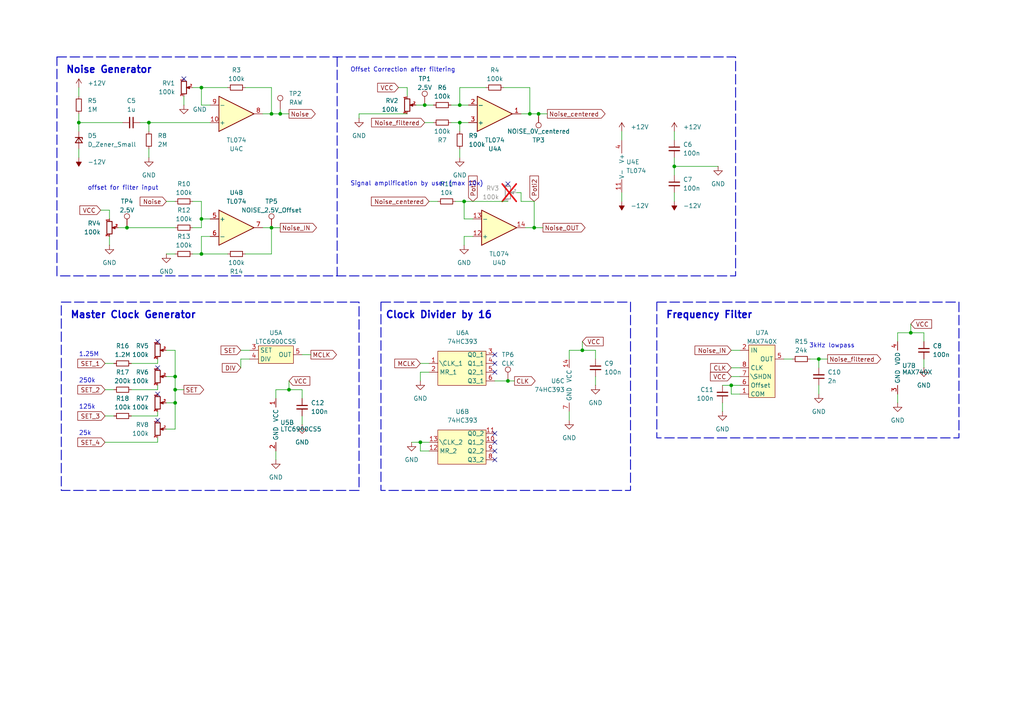
<source format=kicad_sch>
(kicad_sch (version 20231120) (generator "eeschema") (generator_version "8.0")
  (paper "A4")
  (title_block (title "Noise source and frequency filter") (date "11/12/2024") (rev "V1") (company "Alexander Saal") (comment 1 "Noise source and frequency filter"))
  (lib_symbols
    (symbol "Amplifier_Operational:TL074" (pin_names (offset 0.127))
      (property "Reference" "U" (at 0 5.08 0))
      (property "Value" "TL074" (at 0 -5.08 0))
      (symbol "TL074_1_1"
        (polyline (pts (xy -5.08 5.08) (xy 5.08 0) (xy -5.08 -5.08) (xy -5.08 5.08)) (stroke (width 0.254)) (fill (type background)))
        (pin output line (at 7.62 0 180) (length 2.54) (name "~") (number "1"))
        (pin input line (at -7.62 -2.54 0) (length 2.54) (name "-") (number "2"))
        (pin input line (at -7.62 2.54 0) (length 2.54) (name "+") (number "3"))
      )
      (symbol "TL074_2_1"
        (polyline (pts (xy -5.08 5.08) (xy 5.08 0) (xy -5.08 -5.08) (xy -5.08 5.08)) (stroke (width 0.254)) (fill (type background)))
        (pin input line (at -7.62 2.54 0) (length 2.54) (name "+") (number "5"))
        (pin input line (at -7.62 -2.54 0) (length 2.54) (name "-") (number "6"))
        (pin output line (at 7.62 0 180) (length 2.54) (name "~") (number "7"))
      )
      (symbol "TL074_3_1"
        (polyline (pts (xy -5.08 5.08) (xy 5.08 0) (xy -5.08 -5.08) (xy -5.08 5.08)) (stroke (width 0.254)) (fill (type background)))
        (pin input line (at -7.62 2.54 0) (length 2.54) (name "+") (number "10"))
        (pin output line (at 7.62 0 180) (length 2.54) (name "~") (number "8"))
        (pin input line (at -7.62 -2.54 0) (length 2.54) (name "-") (number "9"))
      )
      (symbol "TL074_4_1"
        (polyline (pts (xy -5.08 5.08) (xy 5.08 0) (xy -5.08 -5.08) (xy -5.08 5.08)) (stroke (width 0.254)) (fill (type background)))
        (pin input line (at -7.62 2.54 0) (length 2.54) (name "+") (number "12"))
        (pin input line (at -7.62 -2.54 0) (length 2.54) (name "-") (number "13"))
        (pin output line (at 7.62 0 180) (length 2.54) (name "~") (number "14"))
      )
      (symbol "TL074_5_1"
        (pin power_in line (at -2.54 -7.62 90) (length 3.81) (name "V-") (number "11"))
        (pin power_in line (at -2.54 7.62 270) (length 3.81) (name "V+") (number "4"))
      )
    )
    (symbol "Analog_computing:74HC393"
      (property "Reference" "U" (at 0 8.128 0))
      (property "Value" "74HC393" (at 0 6.096 0))
      (symbol "74HC393_1_1"
        (rectangle (start -7.62 4.826) (end 6.35 -5.08) (fill (type background)))
        (pin input line (at -10.16 1.27 0) (length 2.54) (name "\\CLK_1") (number "1"))
        (pin input line (at -10.16 -1.27 0) (length 2.54) (name "MR_1") (number "2"))
        (pin output line (at 8.89 3.81 180) (length 2.54) (name "Q0_1") (number "3"))
        (pin output line (at 8.89 1.27 180) (length 2.54) (name "Q1_1") (number "4"))
        (pin output line (at 8.89 -1.27 180) (length 2.54) (name "Q2_1") (number "5"))
        (pin output line (at 8.89 -3.81 180) (length 2.54) (name "Q3_1") (number "6"))
      )
      (symbol "74HC393_2_1"
        (rectangle (start -7.62 4.826) (end 6.35 -5.08) (fill (type background)))
        (pin output line (at 8.89 1.27 180) (length 2.54) (name "Q1_2") (number "10"))
        (pin output line (at 8.89 3.81 180) (length 2.54) (name "Q0_2") (number "11"))
        (pin input line (at -10.16 -1.27 0) (length 2.54) (name "MR_2") (number "12"))
        (pin input line (at -10.16 1.27 0) (length 2.54) (name "\\CLK_2") (number "13"))
        (pin output line (at 8.89 -3.81 180) (length 2.54) (name "Q3_2") (number "8"))
        (pin output line (at 8.89 -1.27 180) (length 2.54) (name "Q2_2") (number "9"))
      )
      (symbol "74HC393_3_1"
        (pin input line (at 0 7.62 270) (length 2.54) (name "VCC") (number "14"))
        (pin output line (at 0 -7.62 90) (length 2.54) (name "GND") (number "7"))
      )
    )
    (symbol "Analog_computing:LTC6900"
      (property "Reference" "U" (at 0 4.826 0))
      (symbol "LTC6900_1_1"
        (rectangle (start -5.08 2.54) (end 5.08 -2.54) (fill (type background)))
        (pin input line (at -7.62 1.27 0) (length 2.54) (name "SET") (number "3"))
        (pin input line (at -7.62 -1.27 0) (length 2.54) (name "DIV") (number "4"))
        (pin output line (at 7.62 0 180) (length 2.54) (name "OUT") (number "5"))
      )
      (symbol "LTC6900_2_1"
        (pin input line (at 0 7.62 270) (length 2.54) (name "VCC") (number "1"))
        (pin output line (at 0 -7.62 90) (length 2.54) (name "GND") (number "2"))
      )
    )
    (symbol "Analog_computing:MAX740X"
      (property "Reference" "U" (at 0 10.922 0))
      (property "Value" "MAX740X" (at 0 8.89 0))
      (symbol "MAX740X_1_1"
        (rectangle (start -3.81 7.874) (end 3.81 -7.366) (fill (type background)))
        (pin input line (at -6.35 -6.35 0) (length 2.54) (name "COM") (number "1"))
        (pin input line (at -6.35 6.35 0) (length 2.54) (name "IN") (number "2"))
        (pin output line (at 6.35 3.81 180) (length 2.54) (name "OUT") (number "5"))
        (pin input line (at -6.35 -3.81 0) (length 2.54) (name "Offset") (number "6"))
        (pin input line (at -6.35 -1.27 0) (length 2.54) (name "\\SHDN") (number "7"))
        (pin input line (at -6.35 1.27 0) (length 2.54) (name "CLK") (number "8"))
      )
      (symbol "MAX740X_2_1"
        (pin output line (at 0 -7.62 90) (length 2.54) (name "GND") (number "3"))
        (pin input line (at 0 7.62 270) (length 2.54) (name "VDD") (number "4"))
      )
    )
    (symbol "Connector:TestPoint" (pin_numbers hide) (pin_names (offset 0.762) hide)
      (property "Reference" "TP" (at 0 6.858 0))
      (property "Value" "TestPoint" (at 0 5.08 0))
      (symbol "TestPoint_0_1"
        (circle (center 0 3.302) (radius 0.762))
      )
      (symbol "TestPoint_1_1"
        (pin passive line (at 0 0 90) (length 2.54) (name "1") (number "1"))
      )
    )
    (symbol "Device:C_Small" (pin_numbers hide) (pin_names (offset 0.254) hide)
      (property "Reference" "C" (at 0.254 1.778 0))
      (property "Value" "C_Small" (at 0.254 -2.032 0))
      (symbol "C_Small_0_1"
        (polyline (pts (xy -1.524 -0.508) (xy 1.524 -0.508)) (stroke (width 0.3302)))
        (polyline (pts (xy -1.524 0.508) (xy 1.524 0.508)) (stroke (width 0.3048)))
      )
      (symbol "C_Small_1_1"
        (pin passive line (at 0 2.54 270) (length 2.032) (name "~") (number "1"))
        (pin passive line (at 0 -2.54 90) (length 2.032) (name "~") (number "2"))
      )
    )
    (symbol "Device:D_Zener_Small" (pin_numbers hide) (pin_names (offset 0.254) hide)
      (property "Reference" "D" (at 0 2.286 0))
      (property "Value" "D_Zener_Small" (at 0 -2.286 0))
      (symbol "D_Zener_Small_0_1"
        (polyline (pts (xy 0.762 0) (xy -0.762 0)))
        (polyline (pts (xy -0.254 1.016) (xy -0.762 1.016) (xy -0.762 -1.016)) (stroke (width 0.254)))
        (polyline (pts (xy 0.762 1.016) (xy -0.762 0) (xy 0.762 -1.016) (xy 0.762 1.016)) (stroke (width 0.254)))
      )
      (symbol "D_Zener_Small_1_1"
        (pin passive line (at -2.54 0 0) (length 1.778) (name "K") (number "1"))
        (pin passive line (at 2.54 0 180) (length 1.778) (name "A") (number "2"))
      )
    )
    (symbol "Device:R_Potentiometer_Small" (pin_names (offset 1.016) hide)
      (property "Reference" "RV" (at -4.445 0 90))
      (property "Value" "R_Potentiometer_Small" (at -2.54 0 90))
      (symbol "R_Potentiometer_Small_0_1"
        (polyline (pts (xy 0.889 0) (xy 0.635 0) (xy 1.651 0.381) (xy 1.651 -0.381) (xy 0.635 0) (xy 0.889 0)) (fill (type outline)))
        (rectangle (start 0.762 1.8034) (end -0.762 -1.8034) (stroke (width 0.254)))
      )
      (symbol "R_Potentiometer_Small_1_1"
        (pin passive line (at 0 2.54 270) (length 0.635) (name "1") (number "1"))
        (pin passive line (at 2.54 0 180) (length 0.9906) (name "2") (number "2"))
        (pin passive line (at 0 -2.54 90) (length 0.635) (name "3") (number "3"))
      )
    )
    (symbol "Device:R_Small" (pin_numbers hide) (pin_names (offset 0.254) hide)
      (property "Reference" "R" (at 0.762 0.508 0))
      (property "Value" "R_Small" (at 0.762 -1.016 0))
      (symbol "R_Small_0_1"
        (rectangle (start -0.762 1.778) (end 0.762 -1.778) (stroke (width 0.2032)))
      )
      (symbol "R_Small_1_1"
        (pin passive line (at 0 2.54 270) (length 0.762) (name "~") (number "1"))
        (pin passive line (at 0 -2.54 90) (length 0.762) (name "~") (number "2"))
      )
    )
    (symbol "power:+12V" (power) (pin_numbers hide) (pin_names (offset 0) hide)
      (property "Value" "+12V" (at 0 3.556 0))
      (symbol "+12V_0_1"
        (polyline (pts (xy -0.762 1.27) (xy 0 2.54)))
        (polyline (pts (xy 0 0) (xy 0 2.54)))
        (polyline (pts (xy 0 2.54) (xy 0.762 1.27)))
      )
      (symbol "+12V_1_1"
        (pin power_in line (at 0 0 90) (length 0) (name "~") (number "1"))
      )
    )
    (symbol "power:-12V" (power) (pin_numbers hide) (pin_names (offset 0) hide)
      (property "Value" "-12V" (at 0 3.556 0))
      (symbol "-12V_0_0"
        (pin power_in line (at 0 0 90) (length 0) (name "~") (number "1"))
      )
      (symbol "-12V_0_1"
        (polyline (pts (xy 0 0) (xy 0 1.27) (xy 0.762 1.27) (xy 0 2.54) (xy -0.762 1.27) (xy 0 1.27)) (fill (type outline)))
      )
    )
    (symbol "power:GND" (power) (pin_numbers hide) (pin_names (offset 0) hide)
      (property "Value" "GND" (at 0 -3.81 0))
      (symbol "GND_0_1"
        (polyline (pts (xy 0 0) (xy 0 -1.27) (xy 1.27 -1.27) (xy 0 -2.54) (xy -1.27 -1.27) (xy 0 -1.27)))
      )
      (symbol "GND_1_1"
        (pin power_in line (at 0 0 270) (length 0) (name "~") (number "1"))
      )
    )
  )
  (junction (at 50.8 113.03))
  (junction (at 264.16 96.52))
  (junction (at 81.28 33.02))
  (junction (at 133.35 30.48))
  (junction (at 78.74 33.02))
  (junction (at 50.8 116.84))
  (junction (at 43.18 35.56))
  (junction (at 134.62 58.42))
  (junction (at 133.35 35.56))
  (junction (at 212.09 111.76))
  (junction (at 153.67 33.02))
  (junction (at 83.82 113.03))
  (junction (at 168.91 101.6))
  (junction (at 237.49 104.14))
  (junction (at 78.74 66.04))
  (junction (at 58.42 63.5))
  (junction (at 58.42 25.4))
  (junction (at 22.86 35.56))
  (junction (at 123.19 30.48))
  (junction (at 147.32 110.49))
  (junction (at 58.42 73.66))
  (junction (at 154.94 66.04))
  (junction (at 156.21 33.02))
  (junction (at 36.83 66.04))
  (junction (at 195.58 48.26))
  (junction (at 50.8 109.22))
  (junction (at 121.92 128.27))
  (no_connect (at 147.32 53.34))
  (no_connect (at 45.72 121.92))
  (no_connect (at 45.72 99.06))
  (no_connect (at 143.51 105.41))
  (no_connect (at 143.51 130.81))
  (no_connect (at 143.51 133.35))
  (no_connect (at 53.34 22.86))
  (no_connect (at 143.51 128.27))
  (no_connect (at 143.51 102.87))
  (no_connect (at 45.72 106.68))
  (no_connect (at 45.72 114.3))
  (no_connect (at 143.51 125.73))
  (no_connect (at 143.51 107.95))
  (wire (pts (xy 134.62 58.42) (xy 147.32 58.42)))
  (wire (pts (xy 58.42 58.42) (xy 58.42 63.5)))
  (wire (pts (xy 34.29 66.04) (xy 36.83 66.04)))
  (wire (pts (xy 172.72 101.6) (xy 172.72 104.14)))
  (wire (pts (xy 50.8 113.03) (xy 50.8 109.22)))
  (wire (pts (xy 69.85 106.68) (xy 69.85 104.14)))
  (wire (pts (xy 124.46 130.81) (xy 121.92 130.81)))
  (wire (pts (xy 137.16 68.58) (xy 134.62 68.58)))
  (wire (pts (xy 124.46 107.95) (xy 121.92 107.95)))
  (wire (pts (xy 58.42 73.66) (xy 66.04 73.66)))
  (wire (pts (xy 133.35 25.4) (xy 133.35 30.48)))
  (wire (pts (xy 58.42 66.04) (xy 55.88 66.04)))
  (wire (pts (xy 153.67 33.02) (xy 153.67 25.4)))
  (wire (pts (xy 165.1 119.38) (xy 165.1 121.92)))
  (wire (pts (xy 45.72 113.03) (xy 45.72 111.76)))
  (wire (pts (xy 153.67 25.4) (xy 146.05 25.4)))
  (wire (pts (xy 29.21 60.96) (xy 31.75 60.96)))
  (wire (pts (xy 71.12 73.66) (xy 78.74 73.66)))
  (wire (pts (xy 140.97 25.4) (xy 133.35 25.4)))
  (wire (pts (xy 165.1 101.6) (xy 168.91 101.6)))
  (wire (pts (xy 40.64 35.56) (xy 43.18 35.56)))
  (wire (pts (xy 237.49 111.76) (xy 237.49 114.3)))
  (wire (pts (xy 123.19 35.56) (xy 125.73 35.56)))
  (wire (pts (xy 151.13 55.88) (xy 151.13 58.42)))
  (wire (pts (xy 227.33 104.14) (xy 229.87 104.14)))
  (wire (pts (xy 260.35 99.06) (xy 260.35 96.52)))
  (wire (pts (xy 237.49 104.14) (xy 237.49 106.68)))
  (wire (pts (xy 158.75 33.02) (xy 156.21 33.02)))
  (wire (pts (xy 154.94 58.42) (xy 151.13 58.42)))
  (wire (pts (xy 133.35 35.56) (xy 133.35 38.1)))
  (wire (pts (xy 31.75 60.96) (xy 31.75 63.5)))
  (wire (pts (xy 22.86 25.4) (xy 22.86 27.94)))
  (wire (pts (xy 267.97 96.52) (xy 267.97 99.06)))
  (wire (pts (xy 134.62 58.42) (xy 134.62 63.5)))
  (wire (pts (xy 48.26 116.84) (xy 50.8 116.84)))
  (wire (pts (xy 55.88 58.42) (xy 58.42 58.42)))
  (wire (pts (xy 81.28 31.75) (xy 81.28 33.02)))
  (wire (pts (xy 260.35 96.52) (xy 264.16 96.52)))
  (wire (pts (xy 43.18 43.18) (xy 43.18 45.72)))
  (wire (pts (xy 152.4 66.04) (xy 154.94 66.04)))
  (wire (pts (xy 180.34 55.88) (xy 180.34 58.42)))
  (wire (pts (xy 48.26 73.66) (xy 50.8 73.66)))
  (wire (pts (xy 30.48 120.65) (xy 33.02 120.65)))
  (wire (pts (xy 130.81 35.56) (xy 133.35 35.56)))
  (wire (pts (xy 38.1 105.41) (xy 45.72 105.41)))
  (wire (pts (xy 30.48 128.27) (xy 45.72 128.27)))
  (wire (pts (xy 38.1 120.65) (xy 45.72 120.65)))
  (wire (pts (xy 69.85 101.6) (xy 72.39 101.6)))
  (wire (pts (xy 212.09 109.22) (xy 214.63 109.22)))
  (wire (pts (xy 78.74 66.04) (xy 76.2 66.04)))
  (wire (pts (xy 130.81 30.48) (xy 133.35 30.48)))
  (wire (pts (xy 195.58 38.1) (xy 195.58 40.64)))
  (wire (pts (xy 143.51 110.49) (xy 147.32 110.49)))
  (wire (pts (xy 83.82 113.03) (xy 87.63 113.03)))
  (wire (pts (xy 260.35 114.3) (xy 260.35 116.84)))
  (wire (pts (xy 119.38 128.27) (xy 121.92 128.27)))
  (wire (pts (xy 212.09 114.3) (xy 212.09 111.76)))
  (wire (pts (xy 43.18 35.56) (xy 43.18 38.1)))
  (wire (pts (xy 69.85 104.14) (xy 72.39 104.14)))
  (wire (pts (xy 45.72 105.41) (xy 45.72 104.14)))
  (wire (pts (xy 209.55 116.84) (xy 209.55 119.38)))
  (wire (pts (xy 48.26 124.46) (xy 50.8 124.46)))
  (wire (pts (xy 121.92 107.95) (xy 121.92 110.49)))
  (wire (pts (xy 30.48 113.03) (xy 33.02 113.03)))
  (wire (pts (xy 36.83 66.04) (xy 50.8 66.04)))
  (wire (pts (xy 154.94 66.04) (xy 154.94 58.42)))
  (wire (pts (xy 214.63 114.3) (xy 212.09 114.3)))
  (wire (pts (xy 50.8 124.46) (xy 50.8 116.84)))
  (wire (pts (xy 132.08 58.42) (xy 134.62 58.42)))
  (wire (pts (xy 83.82 33.02) (xy 81.28 33.02)))
  (wire (pts (xy 50.8 109.22) (xy 48.26 109.22)))
  (wire (pts (xy 80.01 113.03) (xy 83.82 113.03)))
  (wire (pts (xy 58.42 63.5) (xy 58.42 66.04)))
  (polyline (pts (xy 97.79 16.51) (xy 97.79 80.01)) (stroke (width 0.254) (type dash)))
  (wire (pts (xy 123.19 30.48) (xy 125.73 30.48)))
  (wire (pts (xy 168.91 99.06) (xy 168.91 101.6)))
  (wire (pts (xy 147.32 110.49) (xy 149.225 110.49)))
  (wire (pts (xy 237.49 104.14) (xy 240.03 104.14)))
  (wire (pts (xy 53.34 27.94) (xy 53.34 30.48)))
  (wire (pts (xy 165.1 104.14) (xy 165.1 101.6)))
  (wire (pts (xy 154.94 66.04) (xy 157.48 66.04)))
  (wire (pts (xy 55.88 25.4) (xy 58.42 25.4)))
  (wire (pts (xy 78.74 73.66) (xy 78.74 66.04)))
  (wire (pts (xy 60.96 68.58) (xy 58.42 68.58)))
  (wire (pts (xy 76.2 33.02) (xy 78.74 33.02)))
  (wire (pts (xy 195.58 48.26) (xy 208.28 48.26)))
  (wire (pts (xy 78.74 66.04) (xy 81.28 66.04)))
  (wire (pts (xy 50.8 101.6) (xy 50.8 109.22)))
  (wire (pts (xy 195.58 45.72) (xy 195.58 48.26)))
  (wire (pts (xy 209.55 111.76) (xy 212.09 111.76)))
  (wire (pts (xy 133.35 43.18) (xy 133.35 45.72)))
  (wire (pts (xy 195.58 55.88) (xy 195.58 58.42)))
  (wire (pts (xy 120.65 30.48) (xy 123.19 30.48)))
  (wire (pts (xy 115.57 25.4) (xy 118.11 25.4)))
  (wire (pts (xy 180.34 38.1) (xy 180.34 40.64)))
  (wire (pts (xy 45.72 120.65) (xy 45.72 119.38)))
  (wire (pts (xy 58.42 63.5) (xy 60.96 63.5)))
  (wire (pts (xy 38.1 113.03) (xy 45.72 113.03)))
  (wire (pts (xy 118.11 33.02) (xy 104.14 33.02)))
  (wire (pts (xy 133.35 30.48) (xy 135.89 30.48)))
  (wire (pts (xy 45.72 128.27) (xy 45.72 127)))
  (wire (pts (xy 43.18 35.56) (xy 60.96 35.56)))
  (wire (pts (xy 151.13 55.88) (xy 149.86 55.88)))
  (wire (pts (xy 22.86 33.02) (xy 22.86 35.56)))
  (wire (pts (xy 118.11 25.4) (xy 118.11 27.94)))
  (wire (pts (xy 31.75 68.58) (xy 31.75 71.12)))
  (wire (pts (xy 80.01 130.81) (xy 80.01 133.35)))
  (wire (pts (xy 58.42 25.4) (xy 58.42 30.48)))
  (wire (pts (xy 87.63 120.65) (xy 87.63 123.19)))
  (wire (pts (xy 153.67 33.02) (xy 156.21 33.02)))
  (wire (pts (xy 121.92 128.27) (xy 124.46 128.27)))
  (wire (pts (xy 50.8 113.03) (xy 53.34 113.03)))
  (wire (pts (xy 212.09 106.68) (xy 214.63 106.68)))
  (wire (pts (xy 264.16 96.52) (xy 267.97 96.52)))
  (wire (pts (xy 168.91 101.6) (xy 172.72 101.6)))
  (wire (pts (xy 195.58 48.26) (xy 195.58 50.8)))
  (wire (pts (xy 121.92 105.41) (xy 124.46 105.41)))
  (wire (pts (xy 87.63 102.87) (xy 90.17 102.87)))
  (wire (pts (xy 83.82 110.49) (xy 83.82 113.03)))
  (wire (pts (xy 78.74 33.02) (xy 81.28 33.02)))
  (wire (pts (xy 50.8 116.84) (xy 50.8 113.03)))
  (wire (pts (xy 48.26 101.6) (xy 50.8 101.6)))
  (wire (pts (xy 87.63 113.03) (xy 87.63 115.57)))
  (wire (pts (xy 22.86 35.56) (xy 35.56 35.56)))
  (wire (pts (xy 104.14 33.02) (xy 104.14 34.29)))
  (wire (pts (xy 212.09 101.6) (xy 214.63 101.6)))
  (wire (pts (xy 22.86 35.56) (xy 22.86 38.1)))
  (wire (pts (xy 22.86 43.18) (xy 22.86 45.72)))
  (wire (pts (xy 267.97 104.14) (xy 267.97 106.68)))
  (wire (pts (xy 48.26 58.42) (xy 50.8 58.42)))
  (wire (pts (xy 151.13 33.02) (xy 153.67 33.02)))
  (wire (pts (xy 264.16 93.98) (xy 264.16 96.52)))
  (wire (pts (xy 172.72 109.22) (xy 172.72 111.76)))
  (wire (pts (xy 134.62 63.5) (xy 137.16 63.5)))
  (wire (pts (xy 30.48 105.41) (xy 33.02 105.41)))
  (wire (pts (xy 212.09 111.76) (xy 214.63 111.76)))
  (wire (pts (xy 66.04 25.4) (xy 58.42 25.4)))
  (wire (pts (xy 135.89 35.56) (xy 133.35 35.56)))
  (wire (pts (xy 78.74 25.4) (xy 71.12 25.4)))
  (wire (pts (xy 80.01 115.57) (xy 80.01 113.03)))
  (wire (pts (xy 124.46 58.42) (xy 127 58.42)))
  (wire (pts (xy 58.42 68.58) (xy 58.42 73.66)))
  (wire (pts (xy 121.92 130.81) (xy 121.92 128.27)))
  (wire (pts (xy 55.88 73.66) (xy 58.42 73.66)))
  (wire (pts (xy 134.62 68.58) (xy 134.62 71.12)))
  (wire (pts (xy 58.42 30.48) (xy 60.96 30.48)))
  (wire (pts (xy 234.95 104.14) (xy 237.49 104.14)))
  (wire (pts (xy 78.74 33.02) (xy 78.74 25.4)))
  (rectangle (start 110.49 87.63) (end 182.88 142.24) (stroke (width 0.254) (type dash)))
  (rectangle (start 190.5 87.63) (end 278.13 127) (stroke (width 0.254) (type dash)))
  (rectangle (start 17.78 87.63) (end 104.14 142.24) (stroke (width 0.254) (type dash)))
  (rectangle (start 16.51 16.51) (end 213.36 80.01) (stroke (width 0.254) (type dash)))
  (text "Noise Generator" (at 19.05 20.32 0) (effects (font (size 2.032 2.032) (thickness 0.4064) (bold yes)) (justify left)))
  (text "1.25M" (at 22.86 102.87 0) (effects (font (size 1.27 1.27)) (justify left)))
  (text "Frequency Filter" (at 193.04 91.44 0) (effects (font (size 2.032 2.032) (thickness 0.4064) (bold yes)) (justify left)))
  (text "Clock Divider by 16" (at 111.76 91.44 0) (effects (font (size 2.032 2.032) (thickness 0.4064) (bold yes)) (justify left)))
  (text "125k" (at 22.86 118.11 0) (effects (font (size 1.27 1.27)) (justify left)))
  (text "250k" (at 22.86 110.49 0) (effects (font (size 1.27 1.27)) (justify left)))
  (text "3kHz lowpass" (at 241.3 100.33 0) (effects (font (size 1.27 1.27))))
  (text "Signal amplification by user (max 10x)" (at 101.6 53.34 0) (effects (font (size 1.27 1.27) (thickness 0.1588)) (justify left)))
  (text "25k" (at 22.86 125.73 0) (effects (font (size 1.27 1.27)) (justify left)))
  (text "offset for filter input" (at 25.4 54.61 0) (effects (font (size 1.27 1.27) (thickness 0.1588)) (justify left)))
  (text "Offset Correction after filtering" (at 101.6 20.32 0) (effects (font (size 1.27 1.27) (thickness 0.1588)) (justify left)))
  (text "Master Clock Generator" (at 20.32 91.44 0) (effects (font (size 2.032 2.032) (thickness 0.4064) (bold yes)) (justify left)))
  (global_label "VCC" (shape input) (at 29.21 60.96 180) (property "Intersheetrefs" "${INTERSHEET_REFS}" (effects (hide yes))))
  (global_label "CLK" (shape input) (at 212.09 106.68 180) (property "Intersheetrefs" "${INTERSHEET_REFS}" (effects (hide yes))))
  (global_label "SET_4" (shape input) (at 30.48 128.27 180) (property "Intersheetrefs" "${INTERSHEET_REFS}" (effects (hide yes))))
  (global_label "Noise_IN" (shape output) (at 81.28 66.04 0) (property "Intersheetrefs" "${INTERSHEET_REFS}" (effects (hide yes))))
  (global_label "VCC" (shape input) (at 115.57 25.4 180) (property "Intersheetrefs" "${INTERSHEET_REFS}" (effects (hide yes))))
  (global_label "Poti1" (shape input) (at 137.16 58.42 90) (property "Intersheetrefs" "${INTERSHEET_REFS}" (effects (hide yes))))
  (global_label "Noise_OUT" (shape output) (at 157.48 66.04 0) (property "Intersheetrefs" "${INTERSHEET_REFS}" (effects (hide yes))))
  (global_label "MCLK" (shape output) (at 90.17 102.87 0) (property "Intersheetrefs" "${INTERSHEET_REFS}" (effects (hide yes))))
  (global_label "Noise_filtered" (shape input) (at 123.19 35.56 180) (property "Intersheetrefs" "${INTERSHEET_REFS}" (effects (hide yes))))
  (global_label "VCC" (shape input) (at 168.91 99.06 0) (property "Intersheetrefs" "${INTERSHEET_REFS}" (effects (hide yes))))
  (global_label "SET" (shape output) (at 53.34 113.03 0) (property "Intersheetrefs" "${INTERSHEET_REFS}" (effects (hide yes))))
  (global_label "Noise_IN" (shape input) (at 212.09 101.6 180) (property "Intersheetrefs" "${INTERSHEET_REFS}" (effects (hide yes))))
  (global_label "SET_2" (shape input) (at 30.48 113.03 180) (property "Intersheetrefs" "${INTERSHEET_REFS}" (effects (hide yes))))
  (global_label "Poti2" (shape input) (at 154.94 58.42 90) (property "Intersheetrefs" "${INTERSHEET_REFS}" (effects (hide yes))))
  (global_label "VCC" (shape input) (at 83.82 110.49 0) (property "Intersheetrefs" "${INTERSHEET_REFS}" (effects (hide yes))))
  (global_label "VCC" (shape input) (at 264.16 93.98 0) (property "Intersheetrefs" "${INTERSHEET_REFS}" (effects (hide yes))))
  (global_label "SET_1" (shape input) (at 30.48 105.41 180) (property "Intersheetrefs" "${INTERSHEET_REFS}" (effects (hide yes))))
  (global_label "MCLK" (shape input) (at 121.92 105.41 180) (property "Intersheetrefs" "${INTERSHEET_REFS}" (effects (hide yes))))
  (global_label "Noise" (shape input) (at 48.26 58.42 180) (property "Intersheetrefs" "${INTERSHEET_REFS}" (effects (hide yes))))
  (global_label "Noise_centered" (shape input) (at 124.46 58.42 180) (property "Intersheetrefs" "${INTERSHEET_REFS}" (effects (hide yes))))
  (global_label "Noise" (shape output) (at 83.82 33.02 0) (property "Intersheetrefs" "${INTERSHEET_REFS}" (effects (hide yes))))
  (global_label "SET" (shape input) (at 69.85 101.6 180) (property "Intersheetrefs" "${INTERSHEET_REFS}" (effects (hide yes))))
  (global_label "DIV" (shape input) (at 69.85 106.68 180) (property "Intersheetrefs" "${INTERSHEET_REFS}" (effects (hide yes))))
  (global_label "VCC" (shape input) (at 212.09 109.22 180) (property "Intersheetrefs" "${INTERSHEET_REFS}" (effects (hide yes))))
  (global_label "CLK" (shape output) (at 149.225 110.49 0) (property "Intersheetrefs" "${INTERSHEET_REFS}" (effects (hide yes))))
  (global_label "Noise_filtered" (shape output) (at 240.03 104.14 0) (property "Intersheetrefs" "${INTERSHEET_REFS}" (effects (hide yes))))
  (global_label "SET_3" (shape input) (at 30.48 120.65 180) (property "Intersheetrefs" "${INTERSHEET_REFS}" (effects (hide yes))))
  (global_label "Noise_centered" (shape output) (at 158.75 33.02 0) (property "Intersheetrefs" "${INTERSHEET_REFS}" (effects (hide yes))))
  (symbol (lib_id "power:GND") (at 172.72 111.76 0) (unit 1)
    (property "Reference" "#PWR039" (effects (hide yes)))
    (property "Value" "GND" (at 172.72 116.84 0))
    (property "Description" "Power symbol creates a global label with name \"GND\" , ground" (effects (hide yes)))
  )
  (symbol (lib_id "Device:R_Potentiometer_Small") (at 45.72 116.84 0) (unit 1)
    (property "Reference" "RV7" (at 43.18 115.5699 0) (effects (justify right)))
    (property "Value" "100k" (at 43.18 118.1099 0) (effects (justify right)))
    (property "Footprint" "Potentiometer_THT:Potentiometer_Bourns_3296W_Vertical" (effects (hide yes)))
    (property "Description" "Potentiometer" (effects (hide yes)))
  )
  (symbol (lib_id "Analog_computing:MAX740X") (at 260.35 106.68 0) (unit 2)
    (property "Reference" "U7" (at 261.62 106.0449 0) (effects (justify left)))
    (property "Value" "MAX740X" (at 261.62 107.95 0) (effects (justify left)))
    (property "Footprint" "Package_SO:SOIC-8_3.9x4.9mm_P1.27mm" (effects (hide yes)))
  )
  (symbol (lib_id "power:GND") (at 267.97 106.68 0) (unit 1)
    (property "Reference" "#PWR037" (effects (hide yes)))
    (property "Value" "GND" (at 267.97 111.76 0))
    (property "Description" "Power symbol creates a global label with name \"GND\" , ground" (effects (hide yes)))
  )
  (symbol (lib_id "Device:R_Small") (at 129.54 58.42 90) (unit 1)
    (property "Reference" "R11" (at 129.54 53.34 90))
    (property "Value" "10k" (at 129.54 55.88 90))
    (property "Footprint" "Resistor_SMD:R_1206_3216Metric_Pad1.30x1.75mm_HandSolder" (effects (hide yes)))
    (property "Description" "Resistor, small symbol" (effects (hide yes)))
  )
  (symbol (lib_id "Device:R_Small") (at 68.58 73.66 90) (mirror x) (unit 1)
    (property "Reference" "R14" (at 68.58 78.74 90))
    (property "Value" "100k" (at 68.58 76.2 90))
    (property "Footprint" "Resistor_SMD:R_1206_3216Metric_Pad1.30x1.75mm_HandSolder" (effects (hide yes)))
    (property "Description" "Resistor, small symbol" (effects (hide yes)))
  )
  (symbol (lib_id "power:GND") (at 237.49 114.3 0) (unit 1)
    (property "Reference" "#PWR040" (effects (hide yes)))
    (property "Value" "GND" (at 237.49 119.38 0))
    (property "Description" "Power symbol creates a global label with name \"GND\" , ground" (effects (hide yes)))
  )
  (symbol (lib_id "Device:R_Small") (at 35.56 105.41 90) (unit 1)
    (property "Reference" "R16" (at 35.56 100.33 90))
    (property "Value" "1.2M" (at 35.56 102.87 90))
    (property "Footprint" "Resistor_SMD:R_1206_3216Metric_Pad1.30x1.75mm_HandSolder" (effects (hide yes)))
    (property "Description" "Resistor, small symbol" (effects (hide yes)))
  )
  (symbol (lib_id "power:+12V") (at 22.86 25.4 0) (unit 1)
    (property "Reference" "#PWR023" (effects (hide yes)))
    (property "Value" "+12V" (at 25.4 24.1299 0) (effects (justify left)))
    (property "Description" "Power symbol creates a global label with name \"+12V\"" (effects (hide yes)))
  )
  (symbol (lib_id "Device:C_Small") (at 195.58 53.34 0) (unit 1)
    (property "Reference" "C7" (at 198.12 52.0762 0) (effects (justify left)))
    (property "Value" "100n" (at 198.12 54.6162 0) (effects (justify left)))
    (property "Footprint" "Capacitor_SMD:C_1206_3216Metric_Pad1.33x1.80mm_HandSolder" (effects (hide yes)))
    (property "Description" "Unpolarized capacitor, small symbol" (effects (hide yes)))
  )
  (symbol (lib_id "Device:R_Small") (at 232.41 104.14 90) (unit 1)
    (property "Reference" "R15" (at 232.41 99.06 90))
    (property "Value" "24k" (at 232.41 101.6 90))
    (property "Footprint" "Resistor_SMD:R_1206_3216Metric_Pad1.30x1.75mm_HandSolder" (effects (hide yes)))
    (property "Description" "Resistor, small symbol" (effects (hide yes)))
  )
  (symbol (lib_id "power:GND") (at 165.1 121.92 0) (unit 1)
    (property "Reference" "#PWR043" (effects (hide yes)))
    (property "Value" "GND" (at 165.1 127 0))
    (property "Description" "Power symbol creates a global label with name \"GND\" , ground" (effects (hide yes)))
  )
  (symbol (lib_id "Device:R_Small") (at 35.56 120.65 90) (unit 1)
    (property "Reference" "R18" (at 35.56 115.57 90))
    (property "Value" "100k" (at 35.56 118.11 90))
    (property "Footprint" "Resistor_SMD:R_1206_3216Metric_Pad1.30x1.75mm_HandSolder" (effects (hide yes)))
    (property "Description" "Resistor, small symbol" (effects (hide yes)))
  )
  (symbol (lib_id "Device:R_Potentiometer_Small") (at 31.75 66.04 0) (unit 1)
    (property "Reference" "RV4" (at 29.21 64.7699 0) (effects (justify right)))
    (property "Value" "100k" (at 29.21 67.3099 0) (effects (justify right)))
    (property "Footprint" "Potentiometer_THT:Potentiometer_Bourns_3296W_Vertical" (effects (hide yes)))
    (property "Description" "Potentiometer" (effects (hide yes)))
  )
  (symbol (lib_id "Device:R_Small") (at 53.34 58.42 90) (unit 1)
    (property "Reference" "R10" (at 53.34 53.34 90))
    (property "Value" "100k" (at 53.34 55.88 90))
    (property "Footprint" "Resistor_SMD:R_1206_3216Metric_Pad1.30x1.75mm_HandSolder" (effects (hide yes)))
    (property "Description" "Resistor, small symbol" (effects (hide yes)))
  )
  (symbol (lib_id "power:-12V") (at 22.86 45.72 180) (unit 1)
    (property "Reference" "#PWR028" (effects (hide yes)))
    (property "Value" "-12V" (at 25.4 46.9899 0) (effects (justify right)))
    (property "Description" "Power symbol creates a global label with name \"-12V\"" (effects (hide yes)))
  )
  (symbol (lib_id "power:GND") (at 53.34 30.48 0) (unit 1)
    (property "Reference" "#PWR024" (effects (hide yes)))
    (property "Value" "GND" (at 55.88 31.7499 0) (effects (justify left)))
    (property "Description" "Power symbol creates a global label with name \"GND\" , ground" (effects (hide yes)))
  )
  (symbol (lib_id "Device:R_Small") (at 35.56 113.03 90) (unit 1)
    (property "Reference" "R17" (at 35.56 107.95 90))
    (property "Value" "200k" (at 35.56 110.49 90))
    (property "Footprint" "Resistor_SMD:R_1206_3216Metric_Pad1.30x1.75mm_HandSolder" (effects (hide yes)))
    (property "Description" "Resistor, small symbol" (effects (hide yes)))
  )
  (symbol (lib_id "power:GND") (at 260.35 116.84 0) (unit 1)
    (property "Reference" "#PWR041" (effects (hide yes)))
    (property "Value" "GND" (at 260.35 121.92 0))
    (property "Description" "Power symbol creates a global label with name \"GND\" , ground" (effects (hide yes)))
  )
  (symbol (lib_id "Device:R_Small") (at 133.35 40.64 0) (unit 1)
    (property "Reference" "R9" (at 135.89 39.3699 0) (effects (justify left)))
    (property "Value" "100k" (at 135.89 41.9099 0) (effects (justify left)))
    (property "Footprint" "Resistor_SMD:R_1206_3216Metric_Pad1.30x1.75mm_HandSolder" (effects (hide yes)))
    (property "Description" "Resistor, small symbol" (effects (hide yes)))
  )
  (symbol (lib_id "Device:C_Small") (at 172.72 106.68 0) (unit 1)
    (property "Reference" "C9" (at 175.26 105.4162 0) (effects (justify left)))
    (property "Value" "100n" (at 175.26 107.9562 0) (effects (justify left)))
    (property "Footprint" "Capacitor_SMD:C_1206_3216Metric_Pad1.33x1.80mm_HandSolder" (effects (hide yes)))
    (property "Description" "Unpolarized capacitor, small symbol" (effects (hide yes)))
  )
  (symbol (lib_id "Device:R_Small") (at 128.27 35.56 90) (mirror x) (unit 1)
    (property "Reference" "R7" (at 128.27 40.64 90))
    (property "Value" "100k" (at 128.27 38.1 90))
    (property "Footprint" "Resistor_SMD:R_1206_3216Metric_Pad1.30x1.75mm_HandSolder" (effects (hide yes)))
    (property "Description" "Resistor, small symbol" (effects (hide yes)))
  )
  (symbol (lib_id "power:GND") (at 133.35 45.72 0) (unit 1)
    (property "Reference" "#PWR030" (effects (hide yes)))
    (property "Value" "GND" (at 133.35 50.8 0))
    (property "Description" "Power symbol creates a global label with name \"GND\" , ground" (effects (hide yes)))
  )
  (symbol (lib_id "power:GND") (at 87.63 123.19 0) (unit 1)
    (property "Reference" "#PWR044" (effects (hide yes)))
    (property "Value" "GND" (at 87.63 128.27 0))
    (property "Description" "Power symbol creates a global label with name \"GND\" , ground" (effects (hide yes)))
  )
  (symbol (lib_id "Device:C_Small") (at 195.58 43.18 0) (unit 1)
    (property "Reference" "C6" (at 198.12 41.9162 0) (effects (justify left)))
    (property "Value" "100n" (at 198.12 44.4562 0) (effects (justify left)))
    (property "Footprint" "Capacitor_SMD:C_1206_3216Metric_Pad1.33x1.80mm_HandSolder" (effects (hide yes)))
    (property "Description" "Unpolarized capacitor, small symbol" (effects (hide yes)))
  )
  (symbol (lib_id "Device:R_Potentiometer_Small") (at 53.34 25.4 0) (unit 1)
    (property "Reference" "RV1" (at 50.8 24.1299 0) (effects (justify right)))
    (property "Value" "100k" (at 50.8 26.6699 0) (effects (justify right)))
    (property "Footprint" "Potentiometer_THT:Potentiometer_Bourns_3296W_Vertical" (effects (hide yes)))
    (property "Description" "Potentiometer" (effects (hide yes)))
  )
  (symbol (lib_id "power:GND") (at 121.92 110.49 0) (unit 1)
    (property "Reference" "#PWR038" (effects (hide yes)))
    (property "Value" "GND" (at 121.92 115.57 0))
    (property "Description" "Power symbol creates a global label with name \"GND\" , ground" (effects (hide yes)))
  )
  (symbol (lib_id "Device:R_Small") (at 128.27 30.48 90) (unit 1)
    (property "Reference" "R6" (at 128.27 25.4 90))
    (property "Value" "100k" (at 128.27 27.94 90))
    (property "Footprint" "Resistor_SMD:R_1206_3216Metric_Pad1.30x1.75mm_HandSolder" (effects (hide yes)))
    (property "Description" "Resistor, small symbol" (effects (hide yes)))
  )
  (symbol (lib_id "power:-12V") (at 180.34 58.42 180) (unit 1)
    (property "Reference" "#PWR032" (effects (hide yes)))
    (property "Value" "-12V" (at 182.88 59.6899 0) (effects (justify right)))
    (property "Description" "Power symbol creates a global label with name \"-12V\"" (effects (hide yes)))
  )
  (symbol (lib_id "power:GND") (at 134.62 71.12 0) (unit 1)
    (property "Reference" "#PWR035" (effects (hide yes)))
    (property "Value" "GND" (at 134.62 76.2 0))
    (property "Description" "Power symbol creates a global label with name \"GND\" , ground" (effects (hide yes)))
  )
  (symbol (lib_id "Connector:TestPoint") (at 156.21 33.02 180) (unit 1)
    (property "Reference" "TP3" (at 156.21 40.64 0))
    (property "Value" "NOISE_0V_centered" (at 156.21 38.1 0))
    (property "Footprint" "TestPoint:TestPoint_Pad_D2.0mm" (effects (hide yes)))
    (property "Description" "test point" (effects (hide yes)))
  )
  (symbol (lib_id "Device:D_Zener_Small") (at 22.86 40.64 270) (unit 1)
    (property "Reference" "D5" (at 25.4 39.3699 90) (effects (justify left)))
    (property "Value" "D_Zener_Small" (at 25.4 41.9099 90) (effects (justify left)))
    (property "Footprint" "Diode_SMD:D_MELF-RM10_Universal_Handsoldering" (effects (hide yes)))
    (property "Description" "Zener diode, small symbol" (effects (hide yes)))
  )
  (symbol (lib_id "Device:R_Small") (at 143.51 25.4 90) (unit 1)
    (property "Reference" "R4" (at 143.51 20.32 90))
    (property "Value" "100k" (at 143.51 22.86 90))
    (property "Footprint" "Resistor_SMD:R_1206_3216Metric_Pad1.30x1.75mm_HandSolder" (effects (hide yes)))
    (property "Description" "Resistor, small symbol" (effects (hide yes)))
  )
  (symbol (lib_id "power:GND") (at 119.38 128.27 0) (unit 1)
    (property "Reference" "#PWR045" (effects (hide yes)))
    (property "Value" "GND" (at 119.38 133.35 0))
    (property "Description" "Power symbol creates a global label with name \"GND\" , ground" (effects (hide yes)))
  )
  (symbol (lib_id "Amplifier_Operational:TL074") (at 68.58 33.02 0) (mirror x) (unit 3)
    (property "Reference" "U4" (at 68.58 43.18 0))
    (property "Value" "TL074" (at 68.58 40.64 0))
    (property "Footprint" "Package_SO:SOIC-14_3.9x8.7mm_P1.27mm" (effects (hide yes)))
    (property "Datasheet" "http://www.ti.com/lit/ds/symlink/tl071.pdf" (effects (hide yes)))
    (property "Description" "Quad Low-Noise JFET-Input Operational Amplifiers, DIP-14/SOIC-14" (effects (hide yes)))
  )
  (symbol (lib_id "power:GND") (at 43.18 45.72 0) (unit 1)
    (property "Reference" "#PWR029" (effects (hide yes)))
    (property "Value" "GND" (at 43.18 50.8 0))
    (property "Description" "Power symbol creates a global label with name \"GND\" , ground" (effects (hide yes)))
  )
  (symbol (lib_id "power:GND") (at 80.01 133.35 0) (unit 1)
    (property "Reference" "#PWR046" (effects (hide yes)))
    (property "Value" "GND" (at 80.01 138.43 0))
    (property "Description" "Power symbol creates a global label with name \"GND\" , ground" (effects (hide yes)))
  )
  (symbol (lib_id "Device:C_Small") (at 267.97 101.6 0) (unit 1)
    (property "Reference" "C8" (at 270.51 100.3362 0) (effects (justify left)))
    (property "Value" "100n" (at 270.51 102.8762 0) (effects (justify left)))
    (property "Footprint" "Capacitor_SMD:C_1206_3216Metric_Pad1.33x1.80mm_HandSolder" (effects (hide yes)))
    (property "Description" "Unpolarized capacitor, small symbol" (effects (hide yes)))
  )
  (symbol (lib_id "Device:R_Potentiometer_Small") (at 147.32 55.88 0) (unit 1) (exclude_from_sim yes) (in_bom no) (on_board no) (dnp yes)
    (property "Reference" "RV3" (at 144.78 54.6099 0) (effects (justify right)))
    (property "Value" "100k" (at 144.78 57.1499 0) (effects (justify right)))
    (property "Description" "Potentiometer" (effects (hide yes)))
  )
  (symbol (lib_id "power:GND") (at 208.28 48.26 0) (unit 1)
    (property "Reference" "#PWR031" (effects (hide yes)))
    (property "Value" "GND" (at 208.28 53.34 0))
    (property "Description" "Power symbol creates a global label with name \"GND\" , ground" (effects (hide yes)))
  )
  (symbol (lib_id "power:GND") (at 209.55 119.38 0) (unit 1)
    (property "Reference" "#PWR042" (effects (hide yes)))
    (property "Value" "GND" (at 209.55 124.46 0))
    (property "Description" "Power symbol creates a global label with name \"GND\" , ground" (effects (hide yes)))
  )
  (symbol (lib_id "Amplifier_Operational:TL074") (at 182.88 48.26 0) (unit 5)
    (property "Reference" "U4" (at 181.61 46.9899 0) (effects (justify left)))
    (property "Value" "TL074" (at 181.61 49.5299 0) (effects (justify left)))
    (property "Footprint" "Package_SO:SOIC-14_3.9x8.7mm_P1.27mm" (effects (hide yes)))
    (property "Datasheet" "http://www.ti.com/lit/ds/symlink/tl071.pdf" (effects (hide yes)))
    (property "Description" "Quad Low-Noise JFET-Input Operational Amplifiers, DIP-14/SOIC-14" (effects (hide yes)))
  )
  (symbol (lib_id "Device:R_Potentiometer_Small") (at 45.72 109.22 0) (unit 1)
    (property "Reference" "RV6" (at 43.18 107.9499 0) (effects (justify right)))
    (property "Value" "100k" (at 43.18 110.4899 0) (effects (justify right)))
    (property "Footprint" "Potentiometer_THT:Potentiometer_Bourns_3296W_Vertical" (effects (hide yes)))
    (property "Description" "Potentiometer" (effects (hide yes)))
  )
  (symbol (lib_id "Device:R_Potentiometer_Small") (at 45.72 101.6 0) (unit 1)
    (property "Reference" "RV5" (at 43.18 100.3299 0) (effects (justify right)))
    (property "Value" "100k" (at 43.18 102.8699 0) (effects (justify right)))
    (property "Footprint" "Potentiometer_THT:Potentiometer_Bourns_3296W_Vertical" (effects (hide yes)))
    (property "Description" "Potentiometer" (effects (hide yes)))
  )
  (symbol (lib_id "Device:R_Small") (at 68.58 25.4 90) (unit 1)
    (property "Reference" "R3" (at 68.58 20.32 90))
    (property "Value" "100k" (at 68.58 22.86 90))
    (property "Footprint" "Resistor_SMD:R_1206_3216Metric_Pad1.30x1.75mm_HandSolder" (effects (hide yes)))
    (property "Description" "Resistor, small symbol" (effects (hide yes)))
  )
  (symbol (lib_id "Connector:TestPoint") (at 36.83 66.04 0) (unit 1)
    (property "Reference" "TP4" (at 36.83 58.42 0))
    (property "Value" "2.5V" (at 36.83 60.96 0))
    (property "Footprint" "TestPoint:TestPoint_Pad_D2.0mm" (effects (hide yes)))
    (property "Description" "test point" (effects (hide yes)))
  )
  (symbol (lib_id "Amplifier_Operational:TL074") (at 144.78 66.04 0) (mirror x) (unit 4)
    (property "Reference" "U4" (at 144.78 76.2 0))
    (property "Value" "TL074" (at 144.78 73.66 0))
    (property "Footprint" "Package_SO:SOIC-14_3.9x8.7mm_P1.27mm" (effects (hide yes)))
    (property "Datasheet" "http://www.ti.com/lit/ds/symlink/tl071.pdf" (effects (hide yes)))
    (property "Description" "Quad Low-Noise JFET-Input Operational Amplifiers, DIP-14/SOIC-14" (effects (hide yes)))
  )
  (symbol (lib_id "power:GND") (at 48.26 73.66 0) (unit 1)
    (property "Reference" "#PWR036" (effects (hide yes)))
    (property "Value" "GND" (at 48.26 78.74 0))
    (property "Description" "Power symbol creates a global label with name \"GND\" , ground" (effects (hide yes)))
  )
  (symbol (lib_id "Analog_computing:74HC393") (at 165.1 111.76 0) (mirror y) (unit 3)
    (property "Reference" "U6" (at 163.83 110.4899 0) (effects (justify left)))
    (property "Value" "74HC393" (at 163.83 113.0299 0) (effects (justify left)))
    (property "Footprint" "Package_SO:SOIC-14_3.9x8.7mm_P1.27mm" (effects (hide yes)))
  )
  (symbol (lib_id "Device:C_Small") (at 237.49 109.22 180) (unit 1)
    (property "Reference" "C10" (at 240.03 107.9435 0) (effects (justify right)))
    (property "Value" "2n" (at 240.03 110.4835 0) (effects (justify right)))
    (property "Footprint" "Capacitor_SMD:C_1206_3216Metric_Pad1.33x1.80mm_HandSolder" (effects (hide yes)))
    (property "Description" "Unpolarized capacitor, small symbol" (effects (hide yes)))
  )
  (symbol (lib_id "Device:R_Small") (at 53.34 73.66 90) (unit 1)
    (property "Reference" "R13" (at 53.34 68.58 90))
    (property "Value" "100k" (at 53.34 71.12 90))
    (property "Footprint" "Resistor_SMD:R_1206_3216Metric_Pad1.30x1.75mm_HandSolder" (effects (hide yes)))
    (property "Description" "Resistor, small symbol" (effects (hide yes)))
  )
  (symbol (lib_id "Analog_computing:MAX740X") (at 220.98 107.95 0) (unit 1)
    (property "Reference" "U7" (at 220.98 96.52 0))
    (property "Value" "MAX740X" (at 220.98 99.06 0))
    (property "Footprint" "Package_SO:SOIC-8_3.9x4.9mm_P1.27mm" (effects (hide yes)))
  )
  (symbol (lib_id "Device:C_Small") (at 87.63 118.11 0) (unit 1)
    (property "Reference" "C12" (at 90.17 116.8462 0) (effects (justify left)))
    (property "Value" "100n" (at 90.17 119.3862 0) (effects (justify left)))
    (property "Footprint" "Capacitor_SMD:C_1206_3216Metric_Pad1.33x1.80mm_HandSolder" (effects (hide yes)))
    (property "Description" "Unpolarized capacitor, small symbol" (effects (hide yes)))
  )
  (symbol (lib_id "Analog_computing:74HC393") (at 134.62 129.54 0) (unit 2)
    (property "Reference" "U6" (at 134.112 119.38 0))
    (property "Value" "74HC393" (at 134.112 121.92 0))
    (property "Footprint" "Package_SO:SOIC-14_3.9x8.7mm_P1.27mm" (effects (hide yes)))
  )
  (symbol (lib_id "Analog_computing:LTC6900") (at 80.01 123.19 0) (unit 2)
    (property "Reference" "U5" (at 81.28 122.5549 0) (effects (justify left)))
    (property "Value" "LTC6900CS5" (at 81.28 124.46 0) (effects (justify left)))
    (property "Footprint" "Package_TO_SOT_SMD:TSOT-23-5_HandSoldering" (effects (hide yes)))
  )
  (symbol (lib_id "Connector:TestPoint") (at 81.28 31.75 0) (unit 1)
    (property "Reference" "TP2" (at 83.82 27.1779 0) (effects (justify left)))
    (property "Value" "RAW" (at 83.82 29.7179 0) (effects (justify left)))
    (property "Footprint" "TestPoint:TestPoint_Pad_D2.0mm" (effects (hide yes)))
    (property "Description" "test point" (effects (hide yes)))
  )
  (symbol (lib_id "Device:C_Small") (at 38.1 35.56 270) (unit 1)
    (property "Reference" "C5" (at 38.0936 29.21 90))
    (property "Value" "1u" (at 38.0936 31.75 90))
    (property "Footprint" "Capacitor_SMD:C_1206_3216Metric_Pad1.33x1.80mm_HandSolder" (effects (hide yes)))
    (property "Description" "Unpolarized capacitor, small symbol" (effects (hide yes)))
  )
  (symbol (lib_id "Amplifier_Operational:TL074") (at 143.51 33.02 0) (mirror x) (unit 1)
    (property "Reference" "U4" (at 143.51 43.18 0))
    (property "Value" "TL074" (at 143.51 40.64 0))
    (property "Footprint" "Package_SO:SOIC-14_3.9x8.7mm_P1.27mm" (effects (hide yes)))
    (property "Datasheet" "http://www.ti.com/lit/ds/symlink/tl071.pdf" (effects (hide yes)))
    (property "Description" "Quad Low-Noise JFET-Input Operational Amplifiers, DIP-14/SOIC-14" (effects (hide yes)))
  )
  (symbol (lib_id "Connector:TestPoint") (at 147.32 110.49 0) (unit 1)
    (property "Reference" "TP6" (at 147.32 102.87 0))
    (property "Value" "CLK" (at 147.32 105.41 0))
    (property "Footprint" "TestPoint:TestPoint_Pad_D2.0mm" (effects (hide yes)))
    (property "Description" "test point" (effects (hide yes)))
  )
  (symbol (lib_id "power:+12V") (at 180.34 38.1 0) (unit 1)
    (property "Reference" "#PWR026" (effects (hide yes)))
    (property "Value" "+12V" (at 182.88 36.8299 0) (effects (justify left)))
    (property "Description" "Power symbol creates a global label with name \"+12V\"" (effects (hide yes)))
  )
  (symbol (lib_id "Connector:TestPoint") (at 78.74 66.04 0) (unit 1)
    (property "Reference" "TP5" (at 78.74 58.42 0))
    (property "Value" "NOISE_2.5V_Offset" (at 78.74 60.96 0))
    (property "Footprint" "TestPoint:TestPoint_Pad_D2.0mm" (effects (hide yes)))
    (property "Description" "test point" (effects (hide yes)))
  )
  (symbol (lib_id "Device:R_Small") (at 22.86 30.48 0) (unit 1)
    (property "Reference" "R5" (at 25.4 29.2099 0) (effects (justify left)))
    (property "Value" "1M" (at 25.4 31.7499 0) (effects (justify left)))
    (property "Footprint" "Resistor_SMD:R_1206_3216Metric_Pad1.30x1.75mm_HandSolder" (effects (hide yes)))
    (property "Description" "Resistor, small symbol" (effects (hide yes)))
  )
  (symbol (lib_id "Device:R_Potentiometer_Small") (at 45.72 124.46 0) (unit 1)
    (property "Reference" "RV8" (at 43.18 123.1899 0) (effects (justify right)))
    (property "Value" "100k" (at 43.18 125.7299 0) (effects (justify right)))
    (property "Footprint" "Potentiometer_THT:Potentiometer_Bourns_3296W_Vertical" (effects (hide yes)))
    (property "Description" "Potentiometer" (effects (hide yes)))
  )
  (symbol (lib_id "Device:R_Small") (at 43.18 40.64 0) (unit 1)
    (property "Reference" "R8" (at 45.72 39.3699 0) (effects (justify left)))
    (property "Value" "2M" (at 45.72 41.9099 0) (effects (justify left)))
    (property "Footprint" "Resistor_SMD:R_1206_3216Metric_Pad1.30x1.75mm_HandSolder" (effects (hide yes)))
    (property "Description" "Resistor, small symbol" (effects (hide yes)))
  )
  (symbol (lib_id "Device:C_Small") (at 209.55 114.3 0) (mirror x) (unit 1)
    (property "Reference" "C11" (at 207.01 113.0235 0) (effects (justify right)))
    (property "Value" "100n" (at 207.01 115.5635 0) (effects (justify right)))
    (property "Footprint" "Capacitor_SMD:C_1206_3216Metric_Pad1.33x1.80mm_HandSolder" (effects (hide yes)))
    (property "Description" "Unpolarized capacitor, small symbol" (effects (hide yes)))
  )
  (symbol (lib_id "Connector:TestPoint") (at 123.19 30.48 0) (unit 1)
    (property "Reference" "TP1" (at 123.19 22.86 0))
    (property "Value" "2.5V" (at 123.19 25.4 0))
    (property "Footprint" "TestPoint:TestPoint_Pad_D2.0mm" (effects (hide yes)))
    (property "Description" "test point" (effects (hide yes)))
  )
  (symbol (lib_id "Amplifier_Operational:TL074") (at 68.58 66.04 0) (unit 2)
    (property "Reference" "U4" (at 68.58 55.88 0))
    (property "Value" "TL074" (at 68.58 58.42 0))
    (property "Footprint" "Package_SO:SOIC-14_3.9x8.7mm_P1.27mm" (effects (hide yes)))
    (property "Datasheet" "http://www.ti.com/lit/ds/symlink/tl071.pdf" (effects (hide yes)))
    (property "Description" "Quad Low-Noise JFET-Input Operational Amplifiers, DIP-14/SOIC-14" (effects (hide yes)))
  )
  (symbol (lib_id "Analog_computing:74HC393") (at 134.62 106.68 0) (unit 1)
    (property "Reference" "U6" (at 134.112 96.52 0))
    (property "Value" "74HC393" (at 134.112 99.06 0))
    (property "Footprint" "Package_SO:SOIC-14_3.9x8.7mm_P1.27mm" (effects (hide yes)))
  )
  (symbol (lib_id "power:-12V") (at 195.58 58.42 180) (unit 1)
    (property "Reference" "#PWR033" (effects (hide yes)))
    (property "Value" "-12V" (at 198.12 59.6899 0) (effects (justify right)))
    (property "Description" "Power symbol creates a global label with name \"-12V\"" (effects (hide yes)))
  )
  (symbol (lib_id "Device:R_Potentiometer_Small") (at 118.11 30.48 0) (unit 1)
    (property "Reference" "RV2" (at 115.57 29.2099 0) (effects (justify right)))
    (property "Value" "100k" (at 115.57 31.7499 0) (effects (justify right)))
    (property "Footprint" "Potentiometer_THT:Potentiometer_Bourns_3296W_Vertical" (effects (hide yes)))
    (property "Description" "Potentiometer" (effects (hide yes)))
  )
  (symbol (lib_id "Device:R_Small") (at 53.34 66.04 90) (unit 1)
    (property "Reference" "R12" (at 53.34 60.96 90))
    (property "Value" "100k" (at 53.34 63.5 90))
    (property "Footprint" "Resistor_SMD:R_1206_3216Metric_Pad1.30x1.75mm_HandSolder" (effects (hide yes)))
    (property "Description" "Resistor, small symbol" (effects (hide yes)))
  )
  (symbol (lib_id "power:GND") (at 104.14 34.29 0) (unit 1)
    (property "Reference" "#PWR025" (effects (hide yes)))
    (property "Value" "GND" (at 104.14 39.37 0))
    (property "Description" "Power symbol creates a global label with name \"GND\" , ground" (effects (hide yes)))
  )
  (symbol (lib_id "Analog_computing:LTC6900") (at 80.01 102.87 0) (unit 1)
    (property "Reference" "U5" (at 80.01 96.52 0))
    (property "Value" "LTC6900CS5" (at 80.01 99.06 0))
    (property "Footprint" "Package_TO_SOT_SMD:TSOT-23-5_HandSoldering" (effects (hide yes)))
  )
  (symbol (lib_id "power:GND") (at 31.75 71.12 0) (unit 1)
    (property "Reference" "#PWR034" (effects (hide yes)))
    (property "Value" "GND" (at 31.75 76.2 0))
    (property "Description" "Power symbol creates a global label with name \"GND\" , ground" (effects (hide yes)))
  )
  (symbol (lib_id "power:+12V") (at 195.58 38.1 0) (unit 1)
    (property "Reference" "#PWR027" (effects (hide yes)))
    (property "Value" "+12V" (at 198.12 36.8299 0) (effects (justify left)))
    (property "Description" "Power symbol creates a global label with name \"+12V\"" (effects (hide yes)))
  )
)
</source>
